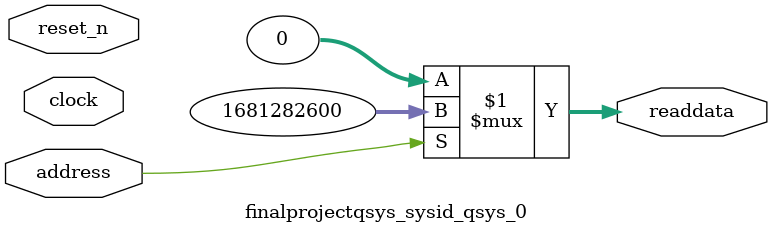
<source format=v>



// synthesis translate_off
`timescale 1ns / 1ps
// synthesis translate_on

// turn off superfluous verilog processor warnings 
// altera message_level Level1 
// altera message_off 10034 10035 10036 10037 10230 10240 10030 

module finalprojectqsys_sysid_qsys_0 (
               // inputs:
                address,
                clock,
                reset_n,

               // outputs:
                readdata
             )
;

  output  [ 31: 0] readdata;
  input            address;
  input            clock;
  input            reset_n;

  wire    [ 31: 0] readdata;
  //control_slave, which is an e_avalon_slave
  assign readdata = address ? 1681282600 : 0;

endmodule



</source>
